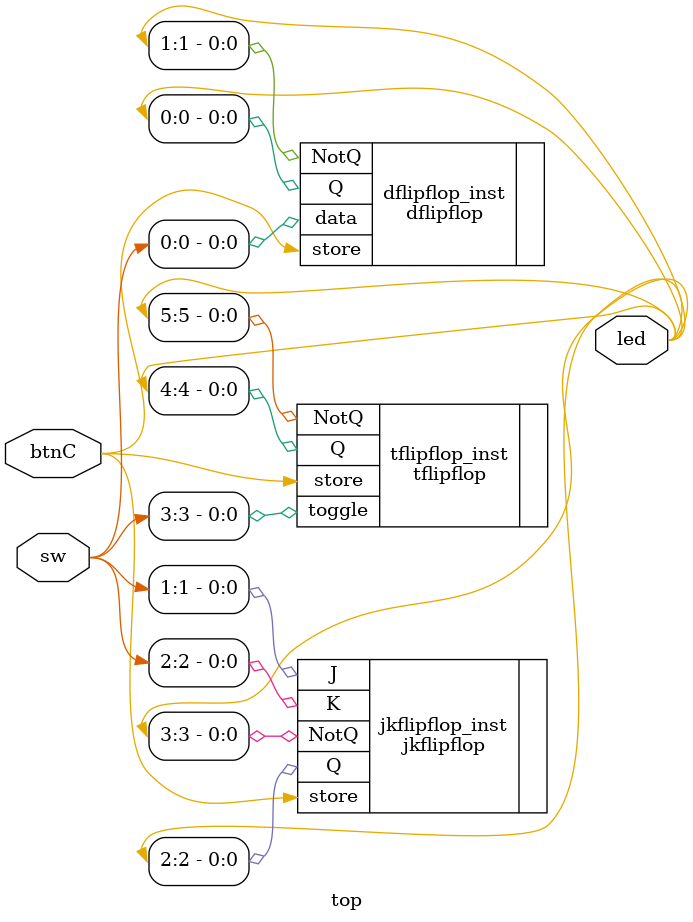
<source format=v>
module top(
    input [3:0] sw,
    input btnC,
    output [5:0] led
);

    dflipflop dflipflop_inst(
        .data(sw[0]),
        .store(btnC),
        .Q(led[0]),
        .NotQ(led[1])
    );
    
    jkflipflop jkflipflop_inst(
        .J(sw[1]),
        .K(sw[2]),
        .store(btnC),
        .Q(led[2]),
        .NotQ(led[3])
    );
    
    tflipflop tflipflop_inst(
        .toggle(sw[3]),
        .store(btnC),
        .Q(led[4]),
        .NotQ(led[5])
    );

endmodule
</source>
